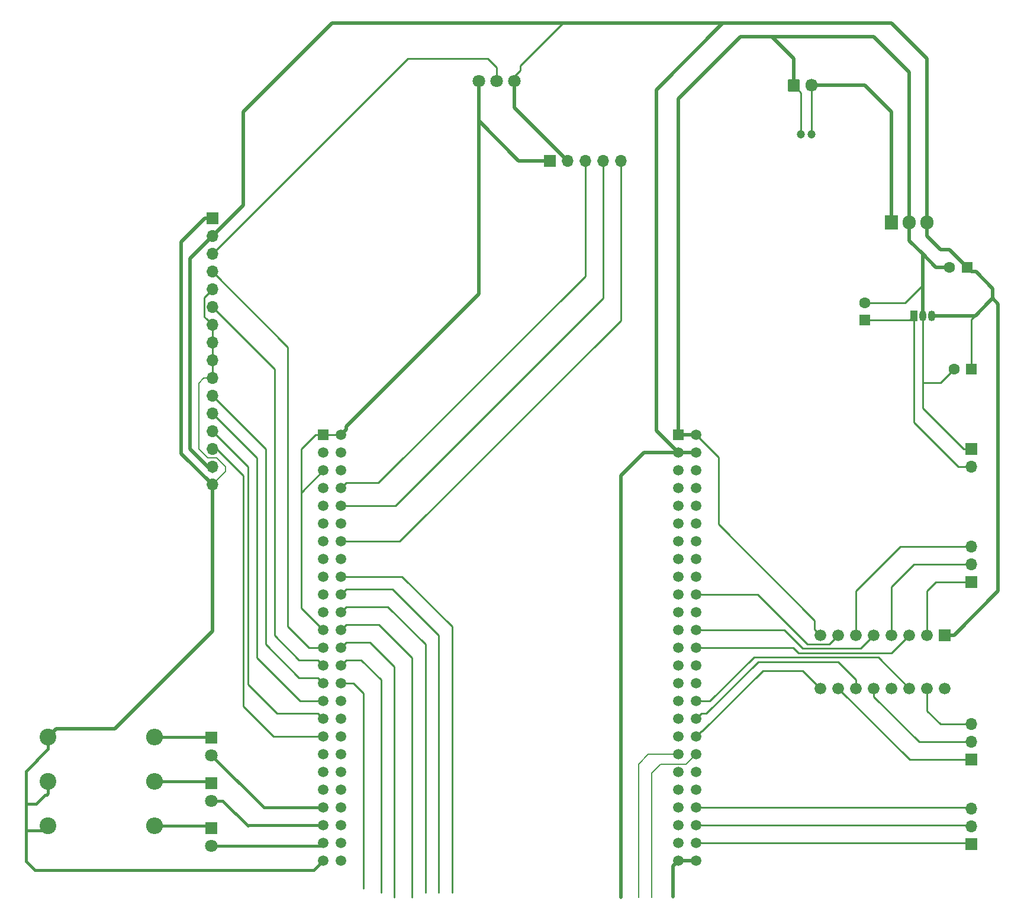
<source format=gbr>
G04 #@! TF.GenerationSoftware,KiCad,Pcbnew,(5.0.2)-1*
G04 #@! TF.CreationDate,2019-03-06T15:05:39+02:00*
G04 #@! TF.ProjectId,STM32_board,53544d33-325f-4626-9f61-72642e6b6963,rev?*
G04 #@! TF.SameCoordinates,Original*
G04 #@! TF.FileFunction,Copper,L2,Bot*
G04 #@! TF.FilePolarity,Positive*
%FSLAX46Y46*%
G04 Gerber Fmt 4.6, Leading zero omitted, Abs format (unit mm)*
G04 Created by KiCad (PCBNEW (5.0.2)-1) date 3/6/2019 3:05:39 PM*
%MOMM*%
%LPD*%
G01*
G04 APERTURE LIST*
G04 #@! TA.AperFunction,ComponentPad*
%ADD10R,1.600000X1.600000*%
G04 #@! TD*
G04 #@! TA.AperFunction,ComponentPad*
%ADD11C,1.600000*%
G04 #@! TD*
G04 #@! TA.AperFunction,ComponentPad*
%ADD12R,1.508000X1.508000*%
G04 #@! TD*
G04 #@! TA.AperFunction,ComponentPad*
%ADD13C,1.508000*%
G04 #@! TD*
G04 #@! TA.AperFunction,ComponentPad*
%ADD14C,1.200000*%
G04 #@! TD*
G04 #@! TA.AperFunction,ComponentPad*
%ADD15R,1.700000X1.700000*%
G04 #@! TD*
G04 #@! TA.AperFunction,ComponentPad*
%ADD16O,1.700000X1.700000*%
G04 #@! TD*
G04 #@! TA.AperFunction,ComponentPad*
%ADD17C,1.800000*%
G04 #@! TD*
G04 #@! TA.AperFunction,Conductor*
%ADD18C,0.100000*%
G04 #@! TD*
G04 #@! TA.AperFunction,ComponentPad*
%ADD19C,1.700000*%
G04 #@! TD*
G04 #@! TA.AperFunction,ComponentPad*
%ADD20O,1.700000X1.850000*%
G04 #@! TD*
G04 #@! TA.AperFunction,ComponentPad*
%ADD21R,1.800000X1.800000*%
G04 #@! TD*
G04 #@! TA.AperFunction,ComponentPad*
%ADD22C,2.400000*%
G04 #@! TD*
G04 #@! TA.AperFunction,ComponentPad*
%ADD23O,2.400000X2.400000*%
G04 #@! TD*
G04 #@! TA.AperFunction,ComponentPad*
%ADD24R,1.676400X1.676400*%
G04 #@! TD*
G04 #@! TA.AperFunction,ComponentPad*
%ADD25C,1.676400*%
G04 #@! TD*
G04 #@! TA.AperFunction,ComponentPad*
%ADD26O,1.050000X1.500000*%
G04 #@! TD*
G04 #@! TA.AperFunction,ComponentPad*
%ADD27R,1.050000X1.500000*%
G04 #@! TD*
G04 #@! TA.AperFunction,ComponentPad*
%ADD28R,1.905000X2.000000*%
G04 #@! TD*
G04 #@! TA.AperFunction,ComponentPad*
%ADD29O,1.905000X2.000000*%
G04 #@! TD*
G04 #@! TA.AperFunction,Conductor*
%ADD30C,0.250000*%
G04 #@! TD*
G04 #@! TA.AperFunction,Conductor*
%ADD31C,0.200000*%
G04 #@! TD*
G04 #@! TA.AperFunction,Conductor*
%ADD32C,0.500000*%
G04 #@! TD*
G04 #@! TA.AperFunction,Conductor*
%ADD33C,0.400000*%
G04 #@! TD*
G04 APERTURE END LIST*
D10*
G04 #@! TO.P,C2,1*
G04 #@! TO.N,/5V*
X199390000Y-66675000D03*
D11*
G04 #@! TO.P,C2,2*
G04 #@! TO.N,/GND*
X196890000Y-66675000D03*
G04 #@! TD*
G04 #@! TO.P,C3,2*
G04 #@! TO.N,/GND*
X197525000Y-81280000D03*
D10*
G04 #@! TO.P,C3,1*
G04 #@! TO.N,/5V*
X200025000Y-81280000D03*
G04 #@! TD*
G04 #@! TO.P,C4,1*
G04 #@! TO.N,/3V3*
X184785000Y-74255000D03*
D11*
G04 #@! TO.P,C4,2*
G04 #@! TO.N,/GND*
X184785000Y-71755000D03*
G04 #@! TD*
D12*
G04 #@! TO.P,TB1,P1_1*
G04 #@! TO.N,/GND*
X107315000Y-90655000D03*
D13*
G04 #@! TO.P,TB1,P1_2*
X109855000Y-90655000D03*
G04 #@! TO.P,TB1,P1_3*
G04 #@! TO.N,Net-(TB1-PadP1_3)*
X107315000Y-93195000D03*
G04 #@! TO.P,TB1,P1_4*
X109855000Y-93195000D03*
G04 #@! TO.P,TB1,P1_5*
G04 #@! TO.N,/GND*
X107315000Y-95735000D03*
G04 #@! TO.P,TB1,P1_6*
G04 #@! TO.N,Net-(TB1-PadP1_6)*
X109855000Y-95735000D03*
G04 #@! TO.P,TB1,P1_7*
G04 #@! TO.N,Net-(TB1-PadP1_7)*
X107315000Y-98275000D03*
G04 #@! TO.P,TB1,P1_8*
G04 #@! TO.N,/JoystickADC1*
X109855000Y-98275000D03*
G04 #@! TO.P,TB1,P1_9*
G04 #@! TO.N,Net-(TB1-PadP1_9)*
X107315000Y-100815000D03*
G04 #@! TO.P,TB1,P1_10*
G04 #@! TO.N,/JoystickADC2*
X109855000Y-100815000D03*
G04 #@! TO.P,TB1,P1_11*
G04 #@! TO.N,Net-(TB1-PadP1_11)*
X107315000Y-103355000D03*
G04 #@! TO.P,TB1,P1_12*
G04 #@! TO.N,Net-(TB1-PadP1_12)*
X109855000Y-103355000D03*
G04 #@! TO.P,TB1,P1_13*
G04 #@! TO.N,Net-(TB1-PadP1_13)*
X107315000Y-105895000D03*
G04 #@! TO.P,TB1,P1_14*
G04 #@! TO.N,/JoystickButton*
X109855000Y-105895000D03*
G04 #@! TO.P,TB1,P1_15*
G04 #@! TO.N,Net-(TB1-PadP1_15)*
X107315000Y-108435000D03*
G04 #@! TO.P,TB1,P1_16*
G04 #@! TO.N,Net-(TB1-PadP1_16)*
X109855000Y-108435000D03*
G04 #@! TO.P,TB1,P1_17*
G04 #@! TO.N,Net-(TB1-PadP1_17)*
X107315000Y-110975000D03*
G04 #@! TO.P,TB1,P1_18*
G04 #@! TO.N,Net-(TB1-PadP1_18)*
X109855000Y-110975000D03*
G04 #@! TO.P,TB1,P1_19*
G04 #@! TO.N,Net-(TB1-PadP1_19)*
X107315000Y-113515000D03*
G04 #@! TO.P,TB1,P1_20*
G04 #@! TO.N,Net-(TB1-PadP1_20)*
X109855000Y-113515000D03*
G04 #@! TO.P,TB1,P1_21*
G04 #@! TO.N,Net-(TB1-PadP1_21)*
X107315000Y-116055000D03*
G04 #@! TO.P,TB1,P1_22*
G04 #@! TO.N,Net-(TB1-PadP1_22)*
X109855000Y-116055000D03*
G04 #@! TO.P,TB1,P1_23*
G04 #@! TO.N,/GND*
X107315000Y-118595000D03*
G04 #@! TO.P,TB1,P1_24*
G04 #@! TO.N,Net-(TB1-PadP1_24)*
X109855000Y-118595000D03*
G04 #@! TO.P,TB1,P1_25*
G04 #@! TO.N,/LcdRS*
X107315000Y-121135000D03*
G04 #@! TO.P,TB1,P1_26*
G04 #@! TO.N,Net-(TB1-PadP1_26)*
X109855000Y-121135000D03*
G04 #@! TO.P,TB1,P1_27*
G04 #@! TO.N,/LcdEN*
X107315000Y-123675000D03*
G04 #@! TO.P,TB1,P1_28*
G04 #@! TO.N,Net-(TB1-PadP1_28)*
X109855000Y-123675000D03*
G04 #@! TO.P,TB1,P1_29*
G04 #@! TO.N,/LcdD4*
X107315000Y-126215000D03*
G04 #@! TO.P,TB1,P1_30*
G04 #@! TO.N,Net-(TB1-PadP1_30)*
X109855000Y-126215000D03*
G04 #@! TO.P,TB1,P1_31*
G04 #@! TO.N,/LcdD5*
X107315000Y-128755000D03*
G04 #@! TO.P,TB1,P1_32*
G04 #@! TO.N,Net-(TB1-PadP1_32)*
X109855000Y-128755000D03*
G04 #@! TO.P,TB1,P1_33*
G04 #@! TO.N,/LcdD6*
X107315000Y-131295000D03*
G04 #@! TO.P,TB1,P1_34*
G04 #@! TO.N,Net-(TB1-PadP1_34)*
X109855000Y-131295000D03*
G04 #@! TO.P,TB1,P1_35*
G04 #@! TO.N,/LcdD7*
X107315000Y-133835000D03*
G04 #@! TO.P,TB1,P1_36*
G04 #@! TO.N,Net-(TB1-PadP1_36)*
X109855000Y-133835000D03*
G04 #@! TO.P,TB1,P1_37*
G04 #@! TO.N,Net-(TB1-PadP1_37)*
X107315000Y-136375000D03*
G04 #@! TO.P,TB1,P1_38*
G04 #@! TO.N,Net-(TB1-PadP1_38)*
X109855000Y-136375000D03*
G04 #@! TO.P,TB1,P1_39*
G04 #@! TO.N,Net-(TB1-PadP1_39)*
X107315000Y-138915000D03*
G04 #@! TO.P,TB1,P1_40*
G04 #@! TO.N,Net-(TB1-PadP1_40)*
X109855000Y-138915000D03*
G04 #@! TO.P,TB1,P1_41*
G04 #@! TO.N,Net-(TB1-PadP1_41)*
X107315000Y-141455000D03*
G04 #@! TO.P,TB1,P1_42*
G04 #@! TO.N,Net-(TB1-PadP1_42)*
X109855000Y-141455000D03*
G04 #@! TO.P,TB1,P1_43*
G04 #@! TO.N,Net-(D1-Pad2)*
X107315000Y-143995000D03*
G04 #@! TO.P,TB1,P1_44*
G04 #@! TO.N,Net-(TB1-PadP1_44)*
X109855000Y-143995000D03*
G04 #@! TO.P,TB1,P1_45*
G04 #@! TO.N,Net-(D2-Pad2)*
X107315000Y-146535000D03*
G04 #@! TO.P,TB1,P1_46*
G04 #@! TO.N,Net-(TB1-PadP1_46)*
X109855000Y-146535000D03*
G04 #@! TO.P,TB1,P1_47*
G04 #@! TO.N,Net-(D3-Pad2)*
X107315000Y-149075000D03*
G04 #@! TO.P,TB1,P1_48*
G04 #@! TO.N,N/C*
X109855000Y-149075000D03*
G04 #@! TO.P,TB1,P1_49*
G04 #@! TO.N,/GND*
X107315000Y-151615000D03*
G04 #@! TO.P,TB1,P1_50*
X109855000Y-151615000D03*
D12*
G04 #@! TO.P,TB1,P2_1*
X158115000Y-90655000D03*
D13*
G04 #@! TO.P,TB1,P2_2*
X160655000Y-90655000D03*
G04 #@! TO.P,TB1,P2_3*
G04 #@! TO.N,/5V*
X158115000Y-93195000D03*
G04 #@! TO.P,TB1,P2_4*
X160655000Y-93195000D03*
G04 #@! TO.P,TB1,P2_5*
G04 #@! TO.N,Net-(TB1-PadP2_5)*
X158115000Y-95735000D03*
G04 #@! TO.P,TB1,P2_6*
X160655000Y-95735000D03*
G04 #@! TO.P,TB1,P2_7*
G04 #@! TO.N,Net-(TB1-PadP2_7)*
X158115000Y-98275000D03*
G04 #@! TO.P,TB1,P2_8*
G04 #@! TO.N,Net-(TB1-PadP2_8)*
X160655000Y-98275000D03*
G04 #@! TO.P,TB1,P2_9*
G04 #@! TO.N,Net-(TB1-PadP2_9)*
X158115000Y-100815000D03*
G04 #@! TO.P,TB1,P2_10*
G04 #@! TO.N,Net-(TB1-PadP2_10)*
X160655000Y-100815000D03*
G04 #@! TO.P,TB1,P2_11*
G04 #@! TO.N,Net-(TB1-PadP2_11)*
X158115000Y-103355000D03*
G04 #@! TO.P,TB1,P2_12*
G04 #@! TO.N,Net-(TB1-PadP2_12)*
X160655000Y-103355000D03*
G04 #@! TO.P,TB1,P2_13*
G04 #@! TO.N,Net-(TB1-PadP2_13)*
X158115000Y-105895000D03*
G04 #@! TO.P,TB1,P2_14*
G04 #@! TO.N,Net-(TB1-PadP2_14)*
X160655000Y-105895000D03*
G04 #@! TO.P,TB1,P2_15*
G04 #@! TO.N,Net-(TB1-PadP2_15)*
X158115000Y-108435000D03*
G04 #@! TO.P,TB1,P2_16*
G04 #@! TO.N,Net-(TB1-PadP2_16)*
X160655000Y-108435000D03*
G04 #@! TO.P,TB1,P2_17*
G04 #@! TO.N,Net-(TB1-PadP2_17)*
X158115000Y-110975000D03*
G04 #@! TO.P,TB1,P2_18*
G04 #@! TO.N,Net-(TB1-PadP2_18)*
X160655000Y-110975000D03*
G04 #@! TO.P,TB1,P2_19*
G04 #@! TO.N,Net-(TB1-PadP2_19)*
X158115000Y-113515000D03*
G04 #@! TO.P,TB1,P2_20*
G04 #@! TO.N,/P_CH*
X160655000Y-113515000D03*
G04 #@! TO.P,TB1,P2_21*
G04 #@! TO.N,Net-(TB1-PadP2_21)*
X158115000Y-116055000D03*
G04 #@! TO.P,TB1,P2_22*
G04 #@! TO.N,Net-(TB1-PadP1_3)*
X160655000Y-116055000D03*
G04 #@! TO.P,TB1,P2_23*
G04 #@! TO.N,Net-(TB1-PadP2_23)*
X158115000Y-118595000D03*
G04 #@! TO.P,TB1,P2_24*
G04 #@! TO.N,/P_BH*
X160655000Y-118595000D03*
G04 #@! TO.P,TB1,P2_25*
G04 #@! TO.N,Net-(TB1-PadP2_25)*
X158115000Y-121135000D03*
G04 #@! TO.P,TB1,P2_26*
G04 #@! TO.N,/P_AH*
X160655000Y-121135000D03*
G04 #@! TO.P,TB1,P2_27*
G04 #@! TO.N,Net-(TB1-PadP2_27)*
X158115000Y-123675000D03*
G04 #@! TO.P,TB1,P2_28*
G04 #@! TO.N,Net-(TB1-PadP2_28)*
X160655000Y-123675000D03*
G04 #@! TO.P,TB1,P2_29*
G04 #@! TO.N,Net-(TB1-PadP2_29)*
X158115000Y-126215000D03*
G04 #@! TO.P,TB1,P2_30*
G04 #@! TO.N,Net-(TB1-PadP2_30)*
X160655000Y-126215000D03*
G04 #@! TO.P,TB1,P2_31*
G04 #@! TO.N,Net-(TB1-PadP2_31)*
X158115000Y-128755000D03*
G04 #@! TO.P,TB1,P2_32*
G04 #@! TO.N,/P_CL*
X160655000Y-128755000D03*
G04 #@! TO.P,TB1,P2_33*
G04 #@! TO.N,Net-(TB1-PadP2_33)*
X158115000Y-131295000D03*
G04 #@! TO.P,TB1,P2_34*
G04 #@! TO.N,/P_BL*
X160655000Y-131295000D03*
G04 #@! TO.P,TB1,P2_35*
G04 #@! TO.N,Net-(TB1-PadP2_35)*
X158115000Y-133835000D03*
G04 #@! TO.P,TB1,P2_36*
G04 #@! TO.N,/P_AL*
X160655000Y-133835000D03*
G04 #@! TO.P,TB1,P2_37*
G04 #@! TO.N,Net-(TB1-PadP2_37)*
X158115000Y-136375000D03*
G04 #@! TO.P,TB1,P2_38*
G04 #@! TO.N,Net-(TB1-PadP2_38)*
X160655000Y-136375000D03*
G04 #@! TO.P,TB1,P2_39*
G04 #@! TO.N,Net-(TB1-PadP2_39)*
X158115000Y-138915000D03*
G04 #@! TO.P,TB1,P2_40*
G04 #@! TO.N,Net-(TB1-PadP2_40)*
X160655000Y-138915000D03*
G04 #@! TO.P,TB1,P2_41*
G04 #@! TO.N,Net-(TB1-PadP2_41)*
X158115000Y-141455000D03*
G04 #@! TO.P,TB1,P2_42*
G04 #@! TO.N,Net-(TB1-PadP2_42)*
X160655000Y-141455000D03*
G04 #@! TO.P,TB1,P2_43*
G04 #@! TO.N,Net-(TB1-PadP2_43)*
X158115000Y-143995000D03*
G04 #@! TO.P,TB1,P2_44*
G04 #@! TO.N,/READ_BATTERY*
X160655000Y-143995000D03*
G04 #@! TO.P,TB1,P2_45*
G04 #@! TO.N,Net-(TB1-PadP2_45)*
X158115000Y-146535000D03*
G04 #@! TO.P,TB1,P2_46*
G04 #@! TO.N,/CURRENT_SENSOR*
X160655000Y-146535000D03*
G04 #@! TO.P,TB1,P2_47*
G04 #@! TO.N,Net-(TB1-PadP2_47)*
X158115000Y-149075000D03*
G04 #@! TO.P,TB1,P2_48*
G04 #@! TO.N,/ADC_BATTERY*
X160655000Y-149075000D03*
G04 #@! TO.P,TB1,P2_49*
G04 #@! TO.N,/GND*
X158115000Y-151615000D03*
G04 #@! TO.P,TB1,P2_50*
X160655000Y-151615000D03*
G04 #@! TD*
D14*
G04 #@! TO.P,C1,1*
G04 #@! TO.N,/12V*
X177165000Y-47625000D03*
G04 #@! TO.P,C1,2*
G04 #@! TO.N,/GND*
X175665000Y-47625000D03*
G04 #@! TD*
D15*
G04 #@! TO.P,J7,1*
G04 #@! TO.N,/GND*
X139700000Y-51435000D03*
D16*
G04 #@! TO.P,J7,2*
G04 #@! TO.N,/5V*
X142240000Y-51435000D03*
G04 #@! TO.P,J7,3*
G04 #@! TO.N,/JoystickADC1*
X144780000Y-51435000D03*
G04 #@! TO.P,J7,4*
G04 #@! TO.N,/JoystickADC2*
X147320000Y-51435000D03*
G04 #@! TO.P,J7,5*
G04 #@! TO.N,/JoystickButton*
X149860000Y-51435000D03*
G04 #@! TD*
D17*
G04 #@! TO.P,RV1,3*
G04 #@! TO.N,/GND*
X129540000Y-40005000D03*
G04 #@! TO.P,RV1,2*
G04 #@! TO.N,/V0*
X132080000Y-40005000D03*
G04 #@! TO.P,RV1,1*
G04 #@! TO.N,/5V*
X134620000Y-40005000D03*
G04 #@! TD*
D18*
G04 #@! TO.N,/GND*
G04 #@! TO.C,J1*
G36*
X175249504Y-39716204D02*
X175273773Y-39719804D01*
X175297571Y-39725765D01*
X175320671Y-39734030D01*
X175342849Y-39744520D01*
X175363893Y-39757133D01*
X175383598Y-39771747D01*
X175401777Y-39788223D01*
X175418253Y-39806402D01*
X175432867Y-39826107D01*
X175445480Y-39847151D01*
X175455970Y-39869329D01*
X175464235Y-39892429D01*
X175470196Y-39916227D01*
X175473796Y-39940496D01*
X175475000Y-39965000D01*
X175475000Y-41315000D01*
X175473796Y-41339504D01*
X175470196Y-41363773D01*
X175464235Y-41387571D01*
X175455970Y-41410671D01*
X175445480Y-41432849D01*
X175432867Y-41453893D01*
X175418253Y-41473598D01*
X175401777Y-41491777D01*
X175383598Y-41508253D01*
X175363893Y-41522867D01*
X175342849Y-41535480D01*
X175320671Y-41545970D01*
X175297571Y-41554235D01*
X175273773Y-41560196D01*
X175249504Y-41563796D01*
X175225000Y-41565000D01*
X174025000Y-41565000D01*
X174000496Y-41563796D01*
X173976227Y-41560196D01*
X173952429Y-41554235D01*
X173929329Y-41545970D01*
X173907151Y-41535480D01*
X173886107Y-41522867D01*
X173866402Y-41508253D01*
X173848223Y-41491777D01*
X173831747Y-41473598D01*
X173817133Y-41453893D01*
X173804520Y-41432849D01*
X173794030Y-41410671D01*
X173785765Y-41387571D01*
X173779804Y-41363773D01*
X173776204Y-41339504D01*
X173775000Y-41315000D01*
X173775000Y-39965000D01*
X173776204Y-39940496D01*
X173779804Y-39916227D01*
X173785765Y-39892429D01*
X173794030Y-39869329D01*
X173804520Y-39847151D01*
X173817133Y-39826107D01*
X173831747Y-39806402D01*
X173848223Y-39788223D01*
X173866402Y-39771747D01*
X173886107Y-39757133D01*
X173907151Y-39744520D01*
X173929329Y-39734030D01*
X173952429Y-39725765D01*
X173976227Y-39719804D01*
X174000496Y-39716204D01*
X174025000Y-39715000D01*
X175225000Y-39715000D01*
X175249504Y-39716204D01*
X175249504Y-39716204D01*
G37*
D19*
G04 #@! TD*
G04 #@! TO.P,J1,1*
G04 #@! TO.N,/GND*
X174625000Y-40640000D03*
D20*
G04 #@! TO.P,J1,2*
G04 #@! TO.N,/12V*
X177125000Y-40640000D03*
G04 #@! TD*
D15*
G04 #@! TO.P,J6,1*
G04 #@! TO.N,/GND*
X200025000Y-92710000D03*
D16*
G04 #@! TO.P,J6,2*
G04 #@! TO.N,/3V3*
X200025000Y-95250000D03*
G04 #@! TD*
D15*
G04 #@! TO.P,J4,1*
G04 #@! TO.N,/GND*
X91440000Y-59690000D03*
D16*
G04 #@! TO.P,J4,2*
G04 #@! TO.N,/5V*
X91440000Y-62230000D03*
G04 #@! TO.P,J4,3*
G04 #@! TO.N,/V0*
X91440000Y-64770000D03*
G04 #@! TO.P,J4,4*
G04 #@! TO.N,/LcdRS*
X91440000Y-67310000D03*
G04 #@! TO.P,J4,5*
G04 #@! TO.N,/GND*
X91440000Y-69850000D03*
G04 #@! TO.P,J4,6*
G04 #@! TO.N,/LcdEN*
X91440000Y-72390000D03*
G04 #@! TO.P,J4,7*
G04 #@! TO.N,/GND*
X91440000Y-74930000D03*
G04 #@! TO.P,J4,8*
X91440000Y-77470000D03*
G04 #@! TO.P,J4,9*
X91440000Y-80010000D03*
G04 #@! TO.P,J4,10*
X91440000Y-82550000D03*
G04 #@! TO.P,J4,11*
G04 #@! TO.N,/LcdD4*
X91440000Y-85090000D03*
G04 #@! TO.P,J4,12*
G04 #@! TO.N,/LcdD5*
X91440000Y-87630000D03*
G04 #@! TO.P,J4,13*
G04 #@! TO.N,/LcdD6*
X91440000Y-90170000D03*
G04 #@! TO.P,J4,14*
G04 #@! TO.N,/LcdD7*
X91440000Y-92710000D03*
G04 #@! TO.P,J4,15*
G04 #@! TO.N,/5V*
X91440000Y-95250000D03*
G04 #@! TO.P,J4,16*
G04 #@! TO.N,/GND*
X91440000Y-97790000D03*
G04 #@! TD*
D15*
G04 #@! TO.P,J2,1*
G04 #@! TO.N,/P_AH_OUT*
X200025000Y-111760000D03*
D16*
G04 #@! TO.P,J2,2*
G04 #@! TO.N,/P_BH_OUT*
X200025000Y-109220000D03*
G04 #@! TO.P,J2,3*
G04 #@! TO.N,/P_CH_OUT*
X200025000Y-106680000D03*
G04 #@! TD*
G04 #@! TO.P,J5,3*
G04 #@! TO.N,/P_CL_OUT*
X200025000Y-132080000D03*
G04 #@! TO.P,J5,2*
G04 #@! TO.N,/P_BL_OUT*
X200025000Y-134620000D03*
D15*
G04 #@! TO.P,J5,1*
G04 #@! TO.N,/P_AL_OUT*
X200025000Y-137160000D03*
G04 #@! TD*
G04 #@! TO.P,J3,1*
G04 #@! TO.N,/ADC_BATTERY*
X200025000Y-149225000D03*
D16*
G04 #@! TO.P,J3,2*
G04 #@! TO.N,/CURRENT_SENSOR*
X200025000Y-146685000D03*
G04 #@! TO.P,J3,3*
G04 #@! TO.N,/READ_BATTERY*
X200025000Y-144145000D03*
G04 #@! TD*
D21*
G04 #@! TO.P,D3,1*
G04 #@! TO.N,Net-(D3-Pad1)*
X91339999Y-146980001D03*
D17*
G04 #@! TO.P,D3,2*
G04 #@! TO.N,Net-(D3-Pad2)*
X91339999Y-149520001D03*
G04 #@! TD*
G04 #@! TO.P,D2,2*
G04 #@! TO.N,Net-(D2-Pad2)*
X91339999Y-143020001D03*
D21*
G04 #@! TO.P,D2,1*
G04 #@! TO.N,Net-(D2-Pad1)*
X91339999Y-140480001D03*
G04 #@! TD*
G04 #@! TO.P,D1,1*
G04 #@! TO.N,Net-(D1-Pad1)*
X91339999Y-133980001D03*
D17*
G04 #@! TO.P,D1,2*
G04 #@! TO.N,Net-(D1-Pad2)*
X91339999Y-136520001D03*
G04 #@! TD*
D22*
G04 #@! TO.P,R2,1*
G04 #@! TO.N,/GND*
X67945000Y-140260000D03*
D23*
G04 #@! TO.P,R2,2*
G04 #@! TO.N,Net-(D2-Pad1)*
X83185000Y-140260000D03*
G04 #@! TD*
G04 #@! TO.P,R3,2*
G04 #@! TO.N,Net-(D3-Pad1)*
X83185000Y-146610000D03*
D22*
G04 #@! TO.P,R3,1*
G04 #@! TO.N,/GND*
X67945000Y-146610000D03*
G04 #@! TD*
G04 #@! TO.P,R1,1*
G04 #@! TO.N,/GND*
X67945000Y-133910000D03*
D23*
G04 #@! TO.P,R1,2*
G04 #@! TO.N,Net-(D1-Pad1)*
X83185000Y-133910000D03*
G04 #@! TD*
D24*
G04 #@! TO.P,U1,1*
G04 #@! TO.N,/5V*
X196215000Y-119305000D03*
D25*
G04 #@! TO.P,U1,2*
G04 #@! TO.N,/P_AH_OUT*
X193675000Y-119305000D03*
G04 #@! TO.P,U1,3*
G04 #@! TO.N,/P_AH*
X191135000Y-119305000D03*
G04 #@! TO.P,U1,4*
G04 #@! TO.N,/P_BH_OUT*
X188595000Y-119305000D03*
G04 #@! TO.P,U1,5*
G04 #@! TO.N,/P_BH*
X186055000Y-119305000D03*
G04 #@! TO.P,U1,6*
G04 #@! TO.N,/P_CH_OUT*
X183515000Y-119305000D03*
G04 #@! TO.P,U1,7*
G04 #@! TO.N,/P_CH*
X180975000Y-119305000D03*
G04 #@! TO.P,U1,8*
G04 #@! TO.N,/GND*
X178435000Y-119305000D03*
G04 #@! TO.P,U1,9*
G04 #@! TO.N,/P_AL*
X178435000Y-126925000D03*
G04 #@! TO.P,U1,10*
G04 #@! TO.N,/P_AL_OUT*
X180975000Y-126925000D03*
G04 #@! TO.P,U1,11*
G04 #@! TO.N,/P_BL*
X183515000Y-126925000D03*
G04 #@! TO.P,U1,12*
G04 #@! TO.N,/P_BL_OUT*
X186055000Y-126925000D03*
G04 #@! TO.P,U1,13*
G04 #@! TO.N,Net-(U1-Pad13)*
X188595000Y-126925000D03*
G04 #@! TO.P,U1,14*
G04 #@! TO.N,/P_CL*
X191135000Y-126925000D03*
G04 #@! TO.P,U1,15*
G04 #@! TO.N,/P_CL_OUT*
X193675000Y-126925000D03*
G04 #@! TO.P,U1,16*
G04 #@! TO.N,Net-(U1-Pad16)*
X196215000Y-126925000D03*
G04 #@! TD*
D26*
G04 #@! TO.P,U3,2*
G04 #@! TO.N,/GND*
X193040000Y-73585000D03*
G04 #@! TO.P,U3,3*
G04 #@! TO.N,/5V*
X194310000Y-73585000D03*
D27*
G04 #@! TO.P,U3,1*
G04 #@! TO.N,/3V3*
X191770000Y-73585000D03*
G04 #@! TD*
D28*
G04 #@! TO.P,U2,1*
G04 #@! TO.N,/12V*
X188595000Y-60250000D03*
D29*
G04 #@! TO.P,U2,2*
G04 #@! TO.N,/GND*
X191135000Y-60250000D03*
G04 #@! TO.P,U2,3*
G04 #@! TO.N,/5V*
X193675000Y-60250000D03*
G04 #@! TD*
D30*
G04 #@! TO.N,Net-(TB1-PadP1_18)*
X109855000Y-110975000D02*
X118595000Y-110975000D01*
X118595000Y-110975000D02*
X125730000Y-118110000D01*
X125730000Y-118110000D02*
X125730000Y-156210000D01*
G04 #@! TO.N,Net-(TB1-PadP1_20)*
X110608999Y-112761001D02*
X117206001Y-112761001D01*
X109855000Y-113515000D02*
X110608999Y-112761001D01*
X117206001Y-112761001D02*
X123825000Y-119380000D01*
X123825000Y-119380000D02*
X123825000Y-155575000D01*
X123825000Y-155575000D02*
X123825000Y-156210000D01*
G04 #@! TO.N,Net-(TB1-PadP1_22)*
X110608999Y-115301001D02*
X116571001Y-115301001D01*
X109855000Y-116055000D02*
X110608999Y-115301001D01*
X116571001Y-115301001D02*
X121920000Y-120650000D01*
X121920000Y-120650000D02*
X121920000Y-156210000D01*
G04 #@! TO.N,Net-(TB1-PadP1_24)*
X110608999Y-117841001D02*
X115301001Y-117841001D01*
X109855000Y-118595000D02*
X110608999Y-117841001D01*
X115301001Y-117841001D02*
X120015000Y-122555000D01*
X120015000Y-122555000D02*
X120015000Y-156845000D01*
G04 #@! TO.N,Net-(TB1-PadP1_26)*
X110608999Y-120381001D02*
X114031001Y-120381001D01*
X109855000Y-121135000D02*
X110608999Y-120381001D01*
X114031001Y-120381001D02*
X117475000Y-123825000D01*
X117475000Y-123825000D02*
X117475000Y-156845000D01*
G04 #@! TO.N,Net-(TB1-PadP1_28)*
X110608999Y-122921001D02*
X112761001Y-122921001D01*
X109855000Y-123675000D02*
X110608999Y-122921001D01*
X112761001Y-122921001D02*
X115570000Y-125730000D01*
X115570000Y-125730000D02*
X115570000Y-156210000D01*
G04 #@! TO.N,Net-(TB1-PadP1_30)*
X109855000Y-126215000D02*
X111610000Y-126215000D01*
X111610000Y-126215000D02*
X113030000Y-127635000D01*
X113030000Y-127635000D02*
X113030000Y-155575000D01*
G04 #@! TO.N,/P_BL*
X183515000Y-125655000D02*
X183515000Y-126925000D01*
X180975000Y-123115000D02*
X183515000Y-125655000D01*
X169545000Y-123115000D02*
X180975000Y-123115000D01*
X162118999Y-130541001D02*
X169545000Y-123115000D01*
X160655000Y-131295000D02*
X161408999Y-130541001D01*
X161408999Y-130541001D02*
X162118999Y-130541001D01*
G04 #@! TO.N,/P_CL*
X160655000Y-128755000D02*
X162635000Y-128755000D01*
X162635000Y-128755000D02*
X168910000Y-122480000D01*
X186690000Y-122480000D02*
X191135000Y-126925000D01*
X168910000Y-122480000D02*
X186690000Y-122480000D01*
G04 #@! TO.N,/P_AL*
X161408999Y-133081001D02*
X161483999Y-133081001D01*
X160655000Y-133835000D02*
X161408999Y-133081001D01*
X161483999Y-133081001D02*
X170180000Y-124385000D01*
X175895000Y-124385000D02*
X178435000Y-126925000D01*
X170180000Y-124385000D02*
X175895000Y-124385000D01*
D31*
G04 #@! TO.N,Net-(TB1-PadP2_37)*
X158115000Y-136375000D02*
X153820000Y-136375000D01*
X153820000Y-136375000D02*
X152400000Y-137795000D01*
X152400000Y-137795000D02*
X152400000Y-156845000D01*
G04 #@! TO.N,Net-(TB1-PadP2_38)*
X160655000Y-136375000D02*
X159235000Y-137795000D01*
X159235000Y-137795000D02*
X157675078Y-137795000D01*
X157675078Y-137795000D02*
X155575000Y-137795000D01*
X155575000Y-137795000D02*
X154305000Y-139065000D01*
X154305000Y-139065000D02*
X154305000Y-153035000D01*
X154305000Y-153035000D02*
X154305000Y-156845000D01*
D30*
G04 #@! TO.N,/P_CH*
X169470000Y-113515000D02*
X160655000Y-113515000D01*
X176530000Y-120575000D02*
X169470000Y-113515000D01*
X180975000Y-119305000D02*
X179705000Y-120575000D01*
X179705000Y-120575000D02*
X176530000Y-120575000D01*
G04 #@! TO.N,/P_AH*
X188595000Y-121845000D02*
X191135000Y-119305000D01*
X175260000Y-121845000D02*
X188595000Y-121845000D01*
X160655000Y-121135000D02*
X174550000Y-121135000D01*
X174550000Y-121135000D02*
X175260000Y-121845000D01*
G04 #@! TO.N,/P_BH*
X161721317Y-118595000D02*
X160655000Y-118595000D01*
X173278590Y-118595000D02*
X161721317Y-118595000D01*
X175893590Y-121210000D02*
X173278590Y-118595000D01*
X184150000Y-121210000D02*
X175893590Y-121210000D01*
X186055000Y-119305000D02*
X184150000Y-121210000D01*
G04 #@! TO.N,/GND*
X177596801Y-118466801D02*
X177596801Y-117196801D01*
X178435000Y-119305000D02*
X177596801Y-118466801D01*
X177596801Y-117196801D02*
X163830000Y-103430000D01*
X163830000Y-93830000D02*
X160655000Y-90655000D01*
X163830000Y-103430000D02*
X163830000Y-93830000D01*
X106311000Y-90655000D02*
X107315000Y-90655000D01*
X191135000Y-60250000D02*
X191135000Y-60202500D01*
D32*
X193040000Y-72585000D02*
X193040000Y-73585000D01*
D33*
X68015001Y-147315001D02*
X64840001Y-147315001D01*
X64840001Y-147315001D02*
X64770000Y-147245000D01*
X67517944Y-142165000D02*
X66247944Y-143435000D01*
X66247944Y-143435000D02*
X64770000Y-143435000D01*
D30*
X91440000Y-82550000D02*
X91440000Y-80010000D01*
X91440000Y-77470000D02*
X91440000Y-80010000D01*
X91440000Y-76267919D02*
X91440000Y-74930000D01*
X91440000Y-77470000D02*
X91440000Y-76267919D01*
D32*
X91440000Y-97790000D02*
X86995000Y-93345000D01*
X90340000Y-59690000D02*
X91440000Y-59690000D01*
X86995000Y-63035000D02*
X90340000Y-59690000D01*
X86995000Y-73660000D02*
X86995000Y-63035000D01*
X86995000Y-76200000D02*
X86995000Y-73660000D01*
X86995000Y-93345000D02*
X86995000Y-80645000D01*
X86995000Y-80645000D02*
X86995000Y-76200000D01*
D30*
X90590001Y-74080001D02*
X91440000Y-74930000D01*
X90264999Y-73754999D02*
X90590001Y-74080001D01*
X90264999Y-71025001D02*
X90264999Y-73754999D01*
X91440000Y-69850000D02*
X90264999Y-71025001D01*
D32*
X191135000Y-62865000D02*
X191135000Y-60250000D01*
X193040000Y-64770000D02*
X191135000Y-62865000D01*
X69144999Y-132710001D02*
X77474999Y-132710001D01*
X67945000Y-133910000D02*
X69144999Y-132710001D01*
X91440000Y-118745000D02*
X91440000Y-97790000D01*
X77474999Y-132710001D02*
X91440000Y-118745000D01*
X158115000Y-90655000D02*
X158115000Y-42545000D01*
X158115000Y-42545000D02*
X167005000Y-33655000D01*
X191135000Y-38735000D02*
X191135000Y-60250000D01*
X186055000Y-33655000D02*
X191135000Y-38735000D01*
D30*
X107315000Y-118595000D02*
X104140000Y-115420000D01*
X104140000Y-98910000D02*
X107315000Y-95735000D01*
X104140000Y-99060000D02*
X104140000Y-98910000D01*
X104140000Y-115420000D02*
X104140000Y-99060000D01*
X106195000Y-90655000D02*
X107315000Y-90655000D01*
X104140000Y-99060000D02*
X104140000Y-92710000D01*
X104140000Y-92710000D02*
X106195000Y-90655000D01*
X109855000Y-90655000D02*
X107315000Y-90655000D01*
X198925000Y-92710000D02*
X200025000Y-92710000D01*
X193040000Y-86825000D02*
X198925000Y-92710000D01*
D32*
X158115000Y-90655000D02*
X160655000Y-90655000D01*
X158115000Y-151615000D02*
X160655000Y-151615000D01*
X174625000Y-36830000D02*
X171450000Y-33655000D01*
X167005000Y-33655000D02*
X171450000Y-33655000D01*
X171450000Y-33655000D02*
X186055000Y-33655000D01*
D33*
X64770000Y-141957056D02*
X64770000Y-151690000D01*
X67945000Y-133910000D02*
X67945000Y-135607056D01*
D32*
X174625000Y-40640000D02*
X174625000Y-36830000D01*
D31*
X90237919Y-82550000D02*
X90170000Y-82617919D01*
X91440000Y-82550000D02*
X90237919Y-82550000D01*
X89535000Y-83252919D02*
X89535000Y-92710000D01*
X90237919Y-82550000D02*
X89535000Y-83252919D01*
X93345000Y-95885000D02*
X91440000Y-97790000D01*
X89535000Y-92710000D02*
X90805000Y-93980000D01*
X90805000Y-93980000D02*
X92075000Y-93980000D01*
X92075000Y-93980000D02*
X93345000Y-95250000D01*
X93345000Y-95250000D02*
X93345000Y-95885000D01*
D30*
X175665000Y-47625000D02*
X175665000Y-46760000D01*
X175665000Y-41680000D02*
X174625000Y-40640000D01*
X175665000Y-47625000D02*
X175665000Y-41680000D01*
X139700000Y-51435000D02*
X138600000Y-51435000D01*
X129540000Y-42375000D02*
X129540000Y-39370000D01*
X64770000Y-151690000D02*
X64770000Y-151765000D01*
D33*
X66040000Y-152960000D02*
X64770000Y-151690000D01*
X107315000Y-151615000D02*
X105970000Y-152960000D01*
X105970000Y-152960000D02*
X66040000Y-152960000D01*
X67945000Y-141957056D02*
X67945000Y-140260000D01*
X67737056Y-142165000D02*
X67945000Y-141957056D01*
X67517944Y-142165000D02*
X67737056Y-142165000D01*
X64770000Y-141957056D02*
X64770000Y-138782056D01*
X67945000Y-135607056D02*
X64770000Y-138782056D01*
D32*
X157361001Y-152368999D02*
X157361001Y-156726001D01*
X158115000Y-151615000D02*
X157361001Y-152368999D01*
X135255000Y-51435000D02*
X139700000Y-51435000D01*
X129540000Y-45720000D02*
X135255000Y-51435000D01*
D30*
X129540000Y-45720000D02*
X129540000Y-39370000D01*
X129540000Y-45890000D02*
X129540000Y-45720000D01*
D32*
X110608999Y-89416001D02*
X129540000Y-70485000D01*
X110608999Y-89901001D02*
X110608999Y-89416001D01*
X109855000Y-90655000D02*
X110608999Y-89901001D01*
D30*
X129540000Y-39370000D02*
X129540000Y-70485000D01*
D32*
X129540000Y-70485000D02*
X129540000Y-40005000D01*
D30*
X195620000Y-83185000D02*
X197525000Y-81280000D01*
X193040000Y-83185000D02*
X195620000Y-83185000D01*
X193040000Y-83185000D02*
X193040000Y-86825000D01*
X193040000Y-73585000D02*
X193040000Y-83185000D01*
D32*
X194945000Y-66675000D02*
X193040000Y-64770000D01*
X196890000Y-66675000D02*
X194945000Y-66675000D01*
D30*
X190500000Y-71755000D02*
X193040000Y-69215000D01*
X184785000Y-71755000D02*
X190500000Y-71755000D01*
D32*
X193040000Y-73585000D02*
X193040000Y-69215000D01*
X193040000Y-69215000D02*
X193040000Y-64770000D01*
G04 #@! TO.N,/5V*
X193675000Y-60297500D02*
X193675000Y-60250000D01*
D30*
X194310000Y-73585000D02*
X194310000Y-73810000D01*
D32*
X197553200Y-119305000D02*
X203835000Y-113023200D01*
X196215000Y-119305000D02*
X197553200Y-119305000D01*
X193675000Y-61750000D02*
X193675000Y-60250000D01*
X203835000Y-113023200D02*
X203835000Y-71910000D01*
X194310000Y-73585000D02*
X200580000Y-73585000D01*
X203835000Y-71910000D02*
X203045000Y-71120000D01*
X158115000Y-93195000D02*
X154940000Y-90020000D01*
X154940000Y-90020000D02*
X154940000Y-41275000D01*
X154940000Y-41275000D02*
X164465000Y-31750000D01*
X193675000Y-36830000D02*
X193675000Y-60250000D01*
X188595000Y-31750000D02*
X193675000Y-36830000D01*
X95885000Y-57785000D02*
X95885000Y-44450000D01*
X91440000Y-62230000D02*
X95885000Y-57785000D01*
X95885000Y-44450000D02*
X108585000Y-31750000D01*
X164465000Y-31750000D02*
X165100000Y-31750000D01*
X165100000Y-31750000D02*
X188595000Y-31750000D01*
X158115000Y-93195000D02*
X160655000Y-93195000D01*
D30*
X135519999Y-37835001D02*
X141605000Y-31750000D01*
X135519999Y-38470001D02*
X135519999Y-37835001D01*
X134620000Y-39370000D02*
X135519999Y-38470001D01*
D32*
X108585000Y-31750000D02*
X141605000Y-31750000D01*
X141605000Y-31750000D02*
X165100000Y-31750000D01*
X158115000Y-93195000D02*
X153185000Y-93195000D01*
X153185000Y-93195000D02*
X149860000Y-96520000D01*
X149860000Y-96520000D02*
X149860000Y-156845000D01*
X88265000Y-65405000D02*
X91440000Y-62230000D01*
X91440000Y-95885000D02*
X88265000Y-92710000D01*
X88265000Y-92710000D02*
X88265000Y-65405000D01*
X134620000Y-43815000D02*
X134620000Y-43180000D01*
X142240000Y-51435000D02*
X134620000Y-43815000D01*
D30*
X134620000Y-39370000D02*
X134620000Y-43180000D01*
D32*
X134620000Y-40005000D02*
X134620000Y-43180000D01*
D30*
X200025000Y-74140000D02*
X202565000Y-71600000D01*
X200025000Y-81280000D02*
X200025000Y-74140000D01*
D32*
X200580000Y-73585000D02*
X202565000Y-71600000D01*
X202565000Y-71600000D02*
X203045000Y-71120000D01*
X203045000Y-71120000D02*
X203045000Y-69695000D01*
X203045000Y-69695000D02*
X200660000Y-67310000D01*
X200025000Y-67310000D02*
X199390000Y-66675000D01*
X200660000Y-67310000D02*
X200025000Y-67310000D01*
X193675000Y-62230000D02*
X193675000Y-60250000D01*
X195580000Y-64135000D02*
X193675000Y-62230000D01*
X199390000Y-66675000D02*
X196850000Y-64135000D01*
X196850000Y-64135000D02*
X195580000Y-64135000D01*
D30*
G04 #@! TO.N,/3V3*
X191770000Y-73585000D02*
X191770000Y-88900000D01*
X198120000Y-95250000D02*
X200025000Y-95250000D01*
X191770000Y-88900000D02*
X198120000Y-95250000D01*
X191100000Y-74255000D02*
X191770000Y-73585000D01*
X184785000Y-74255000D02*
X191100000Y-74255000D01*
D32*
G04 #@! TO.N,/12V*
X177165000Y-40640000D02*
X184785000Y-40640000D01*
X188595000Y-44450000D02*
X188595000Y-60250000D01*
X184785000Y-40640000D02*
X188595000Y-44450000D01*
D30*
X177165000Y-40680000D02*
X177125000Y-40640000D01*
X177165000Y-47625000D02*
X177165000Y-40680000D01*
G04 #@! TO.N,/JoystickADC1*
X144780000Y-67795000D02*
X144780000Y-51435000D01*
X110608999Y-97521001D02*
X115203999Y-97521001D01*
X109855000Y-98275000D02*
X110608999Y-97521001D01*
X144780000Y-67945000D02*
X144780000Y-67795000D01*
X115203999Y-97521001D02*
X144780000Y-67945000D01*
G04 #@! TO.N,/JoystickADC2*
X109855000Y-100815000D02*
X111275000Y-100815000D01*
X147320000Y-69215000D02*
X147320000Y-51435000D01*
X109855000Y-100815000D02*
X117625000Y-100815000D01*
X117625000Y-100815000D02*
X147320000Y-71120000D01*
X147320000Y-71120000D02*
X147320000Y-65405000D01*
X147320000Y-65405000D02*
X147320000Y-51435000D01*
G04 #@! TO.N,/JoystickButton*
X109855000Y-105895000D02*
X118260000Y-105895000D01*
X149860000Y-74295000D02*
X149860000Y-69850000D01*
X118260000Y-105895000D02*
X149860000Y-74295000D01*
X149860000Y-51435000D02*
X149860000Y-69850000D01*
X149860000Y-69850000D02*
X149860000Y-70335000D01*
G04 #@! TO.N,/LcdRS*
X105260000Y-121135000D02*
X107315000Y-121135000D01*
X102235000Y-118110000D02*
X105260000Y-121135000D01*
X91440000Y-67310000D02*
X102235000Y-78105000D01*
X102235000Y-78105000D02*
X102235000Y-118110000D01*
G04 #@! TO.N,/LcdEN*
X103871001Y-122921001D02*
X100330000Y-119380000D01*
X106561001Y-122921001D02*
X103871001Y-122921001D01*
X107315000Y-123675000D02*
X106561001Y-122921001D01*
X100330000Y-81280000D02*
X91440000Y-72390000D01*
X100330000Y-119380000D02*
X100330000Y-81280000D01*
G04 #@! TO.N,/LcdD4*
X106561001Y-125461001D02*
X103871001Y-125461001D01*
X107315000Y-126215000D02*
X106561001Y-125461001D01*
X103871001Y-125461001D02*
X99060000Y-120650000D01*
X99060000Y-92710000D02*
X91440000Y-85090000D01*
X99060000Y-120650000D02*
X99060000Y-92710000D01*
G04 #@! TO.N,/LcdD5*
X107315000Y-128755000D02*
X103990000Y-128755000D01*
X103990000Y-128755000D02*
X97790000Y-122555000D01*
X97790000Y-93980000D02*
X91440000Y-87630000D01*
X97790000Y-122555000D02*
X97790000Y-93980000D01*
G04 #@! TO.N,/LcdD6*
X106561001Y-130541001D02*
X100696001Y-130541001D01*
X107315000Y-131295000D02*
X106561001Y-130541001D01*
X100696001Y-130541001D02*
X96520000Y-126365000D01*
X96520000Y-95250000D02*
X91440000Y-90170000D01*
X96520000Y-126365000D02*
X96520000Y-95250000D01*
G04 #@! TO.N,/LcdD7*
X106248683Y-133835000D02*
X107315000Y-133835000D01*
X100180000Y-133835000D02*
X106883683Y-133835000D01*
X95885000Y-129540000D02*
X100180000Y-133835000D01*
X95885000Y-96520000D02*
X95885000Y-129540000D01*
X92075000Y-92710000D02*
X95885000Y-96520000D01*
D33*
G04 #@! TO.N,Net-(D1-Pad2)*
X98814998Y-143995000D02*
X91339999Y-136520001D01*
X107315000Y-143995000D02*
X98814998Y-143995000D01*
G04 #@! TO.N,Net-(D2-Pad2)*
X91339999Y-143020001D02*
X92930001Y-143020001D01*
X92930001Y-143020001D02*
X96520000Y-146610000D01*
X96595000Y-146535000D02*
X107315000Y-146535000D01*
D30*
X96520000Y-146610000D02*
X96595000Y-146535000D01*
G04 #@! TO.N,Net-(D3-Pad2)*
X106869999Y-149520001D02*
X107315000Y-149075000D01*
D33*
X91339999Y-149520001D02*
X106869999Y-149520001D01*
D30*
G04 #@! TO.N,Net-(D1-Pad1)*
X91269998Y-133910000D02*
X91339999Y-133980001D01*
D33*
X83185000Y-133910000D02*
X91269998Y-133910000D01*
D30*
G04 #@! TO.N,Net-(D3-Pad1)*
X90969998Y-146610000D02*
X91339999Y-146980001D01*
D33*
X83185000Y-146610000D02*
X90969998Y-146610000D01*
D30*
G04 #@! TO.N,Net-(D2-Pad1)*
X91119998Y-140260000D02*
X91339999Y-140480001D01*
D33*
X83185000Y-140260000D02*
X91119998Y-140260000D01*
D30*
G04 #@! TO.N,/V0*
X132080000Y-38097208D02*
X130812792Y-36830000D01*
X132080000Y-39370000D02*
X132080000Y-38097208D01*
X119380000Y-36830000D02*
X91440000Y-64770000D01*
X130812792Y-36830000D02*
X119380000Y-36830000D01*
G04 #@! TO.N,/CURRENT_SENSOR*
X199875000Y-146535000D02*
X200025000Y-146685000D01*
X160655000Y-146535000D02*
X199875000Y-146535000D01*
G04 #@! TO.N,/ADC_BATTERY*
X199875000Y-149075000D02*
X200025000Y-149225000D01*
X160655000Y-149075000D02*
X199875000Y-149075000D01*
G04 #@! TO.N,/READ_BATTERY*
X199875000Y-143995000D02*
X200025000Y-144145000D01*
X160655000Y-143995000D02*
X199875000Y-143995000D01*
G04 #@! TO.N,/P_CL_OUT*
X193675000Y-126925000D02*
X193675000Y-130175000D01*
X195580000Y-132080000D02*
X200025000Y-132080000D01*
X193675000Y-130175000D02*
X195580000Y-132080000D01*
G04 #@! TO.N,/P_BL_OUT*
X198822919Y-134620000D02*
X200025000Y-134620000D01*
X192564607Y-134620000D02*
X198822919Y-134620000D01*
X186055000Y-128110393D02*
X192564607Y-134620000D01*
X186055000Y-126925000D02*
X186055000Y-128110393D01*
G04 #@! TO.N,/P_AL_OUT*
X191210000Y-137160000D02*
X180975000Y-126925000D01*
X200025000Y-137160000D02*
X191210000Y-137160000D01*
G04 #@! TO.N,/P_AH_OUT*
X193675000Y-119305000D02*
X193675000Y-118119607D01*
X193675000Y-119305000D02*
X193675000Y-113030000D01*
X194945000Y-111760000D02*
X200025000Y-111760000D01*
X193675000Y-113030000D02*
X194945000Y-111760000D01*
G04 #@! TO.N,/P_BH_OUT*
X191770000Y-109220000D02*
X200025000Y-109220000D01*
X188595000Y-119305000D02*
X188595000Y-112395000D01*
X188595000Y-112395000D02*
X191770000Y-109220000D01*
G04 #@! TO.N,/P_CH_OUT*
X183515000Y-119305000D02*
X183515000Y-113030000D01*
X189865000Y-106680000D02*
X200025000Y-106680000D01*
X183515000Y-113030000D02*
X189865000Y-106680000D01*
G04 #@! TD*
M02*

</source>
